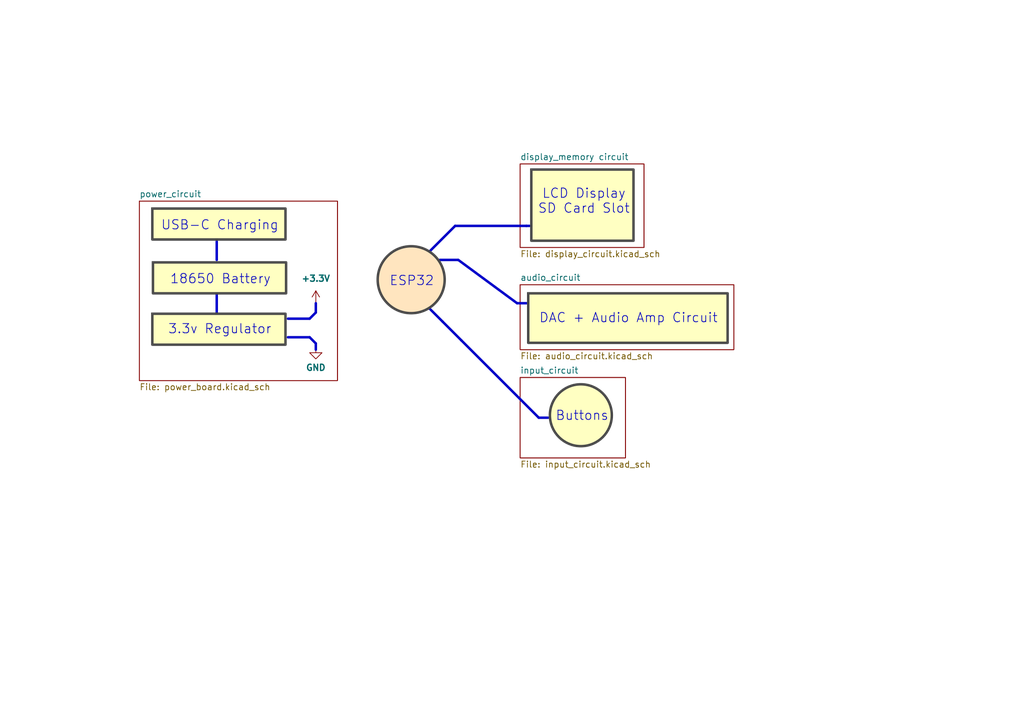
<source format=kicad_sch>
(kicad_sch (version 20250114) (generator "eeschema") (generator_version "9.0")
  (paper "A5")
  (lib_symbols
    (symbol "power:+3.3V" (power) (pin_numbers (hide yes)) (pin_names (offset 0) (hide yes))
      (property "Value" "+3.3V" (at 0 3.556 0))
      (symbol "+3.3V_0_1"
        (polyline (pts (xy -0.762 1.27) (xy 0 2.54)))
        (polyline (pts (xy 0 2.54) (xy 0.762 1.27)))
        (polyline (pts (xy 0 0) (xy 0 2.54)))
      )
      (symbol "+3.3V_1_1"
        (pin power_in line (at 0 0 90) (length 0) (name "~") (number "1"))
      )
    )
    (symbol "power:GND" (power) (pin_numbers (hide yes)) (pin_names (offset 0) (hide yes))
      (property "Value" "GND" (at 0 -3.81 0))
      (symbol "GND_0_1"
        (polyline (pts (xy 0 0) (xy 0 -1.27) (xy 1.27 -1.27) (xy 0 -2.54) (xy -1.27 -1.27) (xy 0 -1.27)))
      )
      (symbol "GND_1_1"
        (pin power_in line (at 0 0 270) (length 0) (name "~") (number "1"))
      )
    )
  )
  (rectangle (start 108.331 60.198) (end 149.225 70.358) (stroke (width 0.508) (color 72 72 72 1)) (fill (type color) (color 255 255 194 1)))
  (rectangle (start 31.369 53.848) (end 58.674 60.198) (stroke (width 0.508) (color 72 72 72 1)) (fill (type color) (color 255 255 194 1)))
  (circle (center 84.328 57.404) (radius 6.8686) (stroke (width 0.508) (color 72 72 72 1)) (fill (type color) (color 255 229 191 1)))
  (rectangle (start 31.242 64.389) (end 58.547 70.739) (stroke (width 0.508) (color 72 72 72 1)) (fill (type color) (color 255 255 194 1)))
  (circle (center 119.126 85.217) (radius 6.35) (stroke (width 0.508) (color 72 72 72 1)) (fill (type color) (color 255 255 194 1)))
  (rectangle (start 31.242 42.799) (end 58.547 49.149) (stroke (width 0.508) (color 72 72 72 1)) (fill (type color) (color 255 255 194 1)))
  (rectangle (start 108.966 34.798) (end 129.921 49.403) (stroke (width 0.508) (color 72 72 72 1)) (fill (type color) (color 255 255 194 1)))
  (text "DAC + Audio Amp Circuit\n" (at 128.905 65.405 0) (effects (font (size 1.905 1.905))))
  (text "ESP32\n" (at 84.455 57.785 0) (effects (font (size 1.905 1.905))))
  (text "3.3v Regulator\n\n" (at 45.085 69.215 0) (effects (font (size 1.905 1.905))))
  (text "18650 Battery" (at 45.212 57.404 0) (effects (font (size 1.905 1.905))))
  (text "Buttons\n\n" (at 119.38 86.995 0) (effects (font (size 1.905 1.905))))
  (text "LCD Display\nSD Card Slot\n" (at 119.761 41.402 0) (effects (font (size 1.905 1.905))))
  (text "USB-C Charging" (at 45.085 46.355 0) (effects (font (size 1.905 1.905))))
  (polyline (pts (xy 64.77 70.485) (xy 64.77 71.755)) (stroke (width 0.508) (type solid)))
  (polyline (pts (xy 88.265 51.435) (xy 93.345 46.355)) (stroke (width 0.508) (type solid)))
  (polyline (pts (xy 90.17 53.34) (xy 93.98 53.34)) (stroke (width 0.508) (type solid)))
  (polyline (pts (xy 44.45 49.53) (xy 44.45 53.34)) (stroke (width 0.508) (type solid)))
  (polyline (pts (xy 90.805 66.04) (xy 94.615 69.85)) (stroke (width 0.508) (type solid)))
  (polyline (pts (xy 88.265 63.5) (xy 90.805 66.04)) (stroke (width 0.508) (type solid)))
  (polyline (pts (xy 63.5 69.215) (xy 64.77 70.485)) (stroke (width 0.508) (type solid)))
  (polyline (pts (xy 59.055 65.405) (xy 63.5 65.405)) (stroke (width 0.508) (type solid)))
  (polyline (pts (xy 64.77 62.23) (xy 64.77 64.135)) (stroke (width 0.508) (type solid)))
  (polyline (pts (xy 44.45 60.325) (xy 44.45 64.135)) (stroke (width 0.508) (type solid)))
  (polyline (pts (xy 94.615 69.85) (xy 110.49 85.725)) (stroke (width 0.508) (type solid)))
  (polyline (pts (xy 87.63 63.5) (xy 88.265 63.5)))
  (polyline (pts (xy 106.045 62.23) (xy 107.95 62.23)) (stroke (width 0.508) (type solid)))
  (polyline (pts (xy 63.5 65.405) (xy 64.77 64.135)) (stroke (width 0.508) (type solid)))
  (polyline (pts (xy 93.98 53.34) (xy 106.045 62.23)) (stroke (width 0.508) (type solid)))
  (polyline (pts (xy 44.45 60.325) (xy 44.45 64.135)))
  (polyline (pts (xy 107.95 46.355) (xy 108.585 46.355)) (stroke (width 0.508) (type solid)))
  (polyline (pts (xy 59.055 69.215) (xy 63.5 69.215)) (stroke (width 0.508) (type solid)))
  (polyline (pts (xy 93.345 46.355) (xy 107.95 46.355)) (stroke (width 0.508) (type solid)))
  (polyline (pts (xy 110.49 85.725) (xy 112.395 85.725)) (stroke (width 0.508) (type solid)))
  (symbol (lib_id "power:GND") (at 64.77 71.12 0) (unit 1)
    (property "Reference" "#PWR013" (effects (hide yes)))
    (property "Value" "GND" (at 64.77 75.438 0) (effects (font (thickness 0.254) (bold yes))))
    (property "Description" "Power symbol creates a global label with name \"GND\" , ground" (effects (hide yes)))
  )
  (symbol (lib_id "power:+3.3V") (at 64.77 62.23 0) (unit 1)
    (property "Reference" "#PWR012" (effects (hide yes)))
    (property "Value" "+3.3V" (at 64.77 57.15 0) (effects (font (thickness 0.254) (bold yes))))
    (property "Description" "Power symbol creates a global label with name \"+3.3V\"" (effects (hide yes)))
  )
  (sheet (at 106.68 77.47) (size 21.59 16.51) (stroke (width 0.1524))
    (property "Sheetname" "input_circuit" (at 106.68 76.7584 0) (effects (justify left bottom)))
    (property "Sheetfile" "input_circuit.kicad_sch" (at 106.68 94.5646 0) (effects (justify left top)))
  )
  (sheet (at 106.68 33.655) (size 25.4 17.145) (stroke (width 0.1524))
    (property "Sheetname" "display_memory circuit" (at 106.68 32.9434 0) (effects (justify left bottom)))
    (property "Sheetfile" "display_circuit.kicad_sch" (at 106.68 51.3846 0) (effects (justify left top)))
  )
  (sheet (at 106.68 58.42) (size 43.815 13.335) (stroke (width 0.1524))
    (property "Sheetname" "audio_circuit" (at 106.68 57.7084 0) (effects (justify left bottom)))
    (property "Sheetfile" "audio_circuit.kicad_sch" (at 106.68 72.3396 0) (effects (justify left top)))
  )
  (sheet (at 28.575 41.275) (size 40.64 36.83) (stroke (width 0.1524))
    (property "Sheetname" "power_circuit" (at 28.575 40.5634 0) (effects (justify left bottom)))
    (property "Sheetfile" "power_board.kicad_sch" (at 28.575 78.6896 0) (effects (justify left top)))
  )
)
</source>
